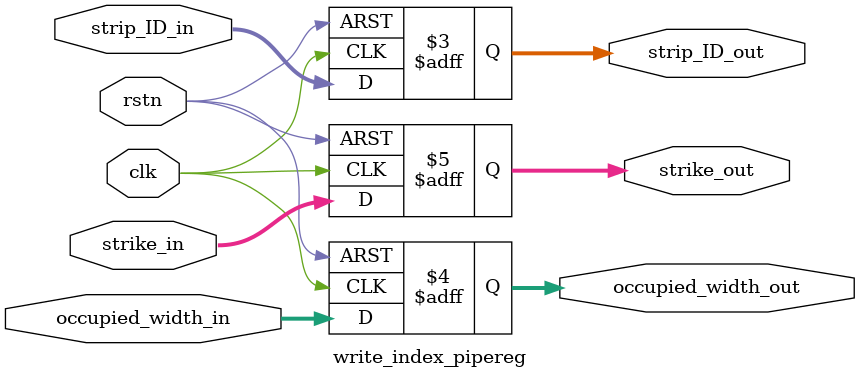
<source format=v>

`timescale 1ns / 100ps

module write_index_pipereg (
    // input signals
    input               clk,
    input               rstn,
    input [3 : 0]       strip_ID_in,
    input [7 : 0]       occupied_width_in,
    input [3 : 0]       strike_in,

    // output signals
    output reg [3 : 0]  strip_ID_out,
    output reg [7 : 0]  occupied_width_out,
    output reg [3 : 0]  strike_out
);

    always @(posedge clk or negedge rstn) begin
        if(~rstn) begin
            strip_ID_out        <= 0;
            occupied_width_out  <= 0;
            strike_out          <= 0;
        end
        else begin
            strip_ID_out        <= strip_ID_in;
            occupied_width_out  <= occupied_width_in;
            strike_out          <= strike_in;
        end
    end
    
endmodule
</source>
